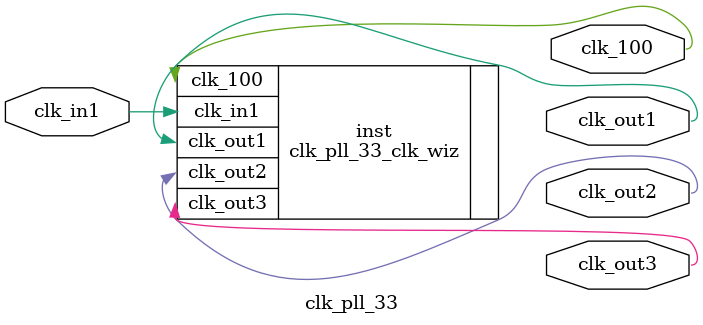
<source format=v>


`timescale 1ps/1ps

(* CORE_GENERATION_INFO = "clk_pll_33,clk_wiz_v6_0_13_0_0,{component_name=clk_pll_33,use_phase_alignment=true,use_min_o_jitter=false,use_max_i_jitter=false,use_dyn_phase_shift=false,use_inclk_switchover=false,use_dyn_reconfig=false,enable_axi=0,feedback_source=FDBK_AUTO,PRIMITIVE=PLL,num_out_clk=4,clkin1_period=10.000,clkin2_period=10.000,use_power_down=false,use_reset=false,use_locked=false,use_inclk_stopped=false,feedback_type=SINGLE,CLOCK_MGR_TYPE=NA,manual_override=false}" *)

module clk_pll_33 
 (
  // Clock out ports
  output        clk_out1,
  output        clk_out2,
  output        clk_out3,
  output        clk_100,
 // Clock in ports
  input         clk_in1
 );

  clk_pll_33_clk_wiz inst
  (
  // Clock out ports  
  .clk_out1(clk_out1),
  .clk_out2(clk_out2),
  .clk_out3(clk_out3),
  .clk_100(clk_100),
 // Clock in ports
  .clk_in1(clk_in1)
  );

endmodule

</source>
